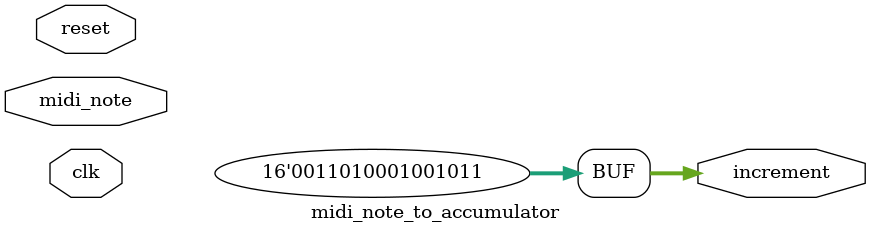
<source format=v>
module midi_note_to_accumulator (
	input clk,
	input reset,
	input [6:0] midi_note,
	output [15:0] increment
);

reg [15:0] lut[0:127];

/* initial begin */
/* 	$readmemh("scales.hex", lut); */
/* end */

reg [6:0] note_latch;
/* assign increment = lut[note_latch]; */
assign increment = 13387;

always @(posedge clk) begin
	if (reset) begin
		note_latch <= 0;
	end else begin
		note_latch <= midi_note;
	end
end

endmodule


</source>
